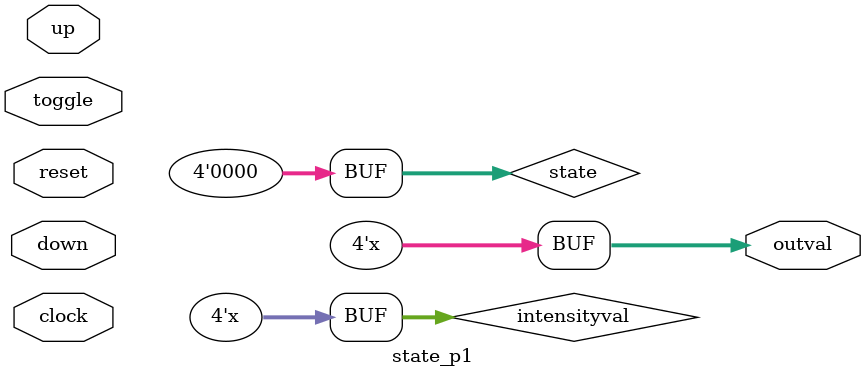
<source format=v>

module state_p1(clock, reset, up, down, toggle, outval);
	input clock, reset;
	input [1:0]  up, down, toggle;
	output [3:0] outval;
	reg [3:0] state, intensityval;

	localparam s_reset = 4'd0, s_upbright = 4'd1, s_downdim = 4'd2, s_wait = 4'd3;

///////////////////////////
	always @(posedge clock or posedge reset) begin
		if (reset == 1'b1) begin
			state <= s_reset;
		end
		else if (up == 2'b01) begin
			case (state)
				s_reset: state <= s_upbright;
				s_wait: state <= s_upbright;
				s_upbright: state <= s_upbright;
				default: state <= s_reset;
			endcase
		end
		else if (up == 2'b11) begin
			case (state)

			endcase
		end
		else if (down == 2'b01) begin
			case (state)
				s_reset: state <= s_downdim;
				s_wait: state <= s_downdim;
				s_upbright: state <= s_downdim;
				default: state <= s_reset;
			endcase
		end
		else if (down == 2'b11) begin
			
		end
		else if (toggle == 2'b01) begin
			
		end
		else begin
			state <= s_wait;
			//state <= state;
		end
	end
////////////////////////////////////////////////

	always @* begin
		case (state)
			s_reset: begin
				intensityval = 4'd0;
			end
			s_upbright: begin
				if (intensityval >= 4'd15) begin
					intensityval = 4'd15;
				end
				else begin
					intensityval = intensityval + 4'd1;
				end
			end
			s_downdim: begin
				if (intensityval <= 4'd0) begin
					intensityval = 4'd0;
				end
				else begin
					intensityval = intensityval - 4'd1;
				end
			end
			s_wait: begin
				intensityval = intensityval;
			end
			default: state <= s_reset;
		endcase
		
	end

	assign outval[3:0] = intensityval[3:0];

endmodule      
</source>
